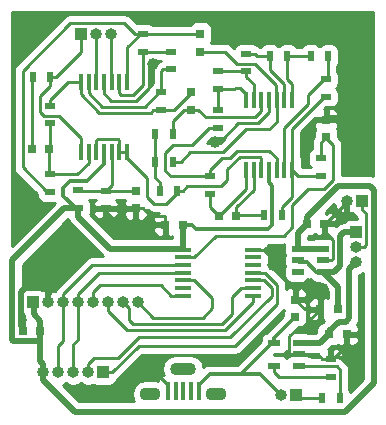
<source format=gbr>
G04 #@! TF.FileFunction,Copper,L1,Top,Signal*
%FSLAX46Y46*%
G04 Gerber Fmt 4.6, Leading zero omitted, Abs format (unit mm)*
G04 Created by KiCad (PCBNEW 4.0.2-stable) date 24/04/2017 01:49:24 p.m.*
%MOMM*%
G01*
G04 APERTURE LIST*
%ADD10C,0.100000*%
%ADD11R,0.450000X1.500000*%
%ADD12O,1.800000X1.100000*%
%ADD13O,2.200000X1.100000*%
%ADD14R,1.000000X1.000000*%
%ADD15O,1.000000X1.000000*%
%ADD16R,1.450000X0.450000*%
%ADD17R,0.800000X0.750000*%
%ADD18R,1.000760X0.599440*%
%ADD19R,0.750000X0.800000*%
%ADD20R,0.900000X0.500000*%
%ADD21R,0.500000X0.900000*%
%ADD22R,0.450000X1.450000*%
%ADD23C,0.600000*%
%ADD24C,1.000000*%
%ADD25C,0.250000*%
%ADD26C,0.350000*%
%ADD27C,0.500000*%
%ADD28C,0.254000*%
G04 APERTURE END LIST*
D10*
D11*
X155250000Y-151975000D03*
X154600000Y-151975000D03*
X155900000Y-151975000D03*
X153950000Y-151975000D03*
X156550000Y-151975000D03*
D12*
X152450000Y-152225000D03*
X158050000Y-152225000D03*
D13*
X155200000Y-150065000D03*
D14*
X142510000Y-144450000D03*
D15*
X143780000Y-144450000D03*
X145050000Y-144450000D03*
X146320000Y-144450000D03*
X147590000Y-144450000D03*
X148860000Y-144450000D03*
X150130000Y-144450000D03*
X151400000Y-144450000D03*
D16*
X155210000Y-139980000D03*
X155210000Y-140630000D03*
X155210000Y-141280000D03*
X155210000Y-141930000D03*
X155210000Y-142580000D03*
X155210000Y-143230000D03*
X155210000Y-143880000D03*
X161110000Y-143880000D03*
X161110000Y-143230000D03*
X161110000Y-142580000D03*
X161110000Y-141930000D03*
X161110000Y-141280000D03*
X161110000Y-140630000D03*
X161110000Y-139980000D03*
D17*
X143907709Y-131469231D03*
X142407709Y-131469231D03*
D14*
X169850000Y-138510000D03*
D15*
X169850000Y-139780000D03*
X169850000Y-141050000D03*
D14*
X170330000Y-135820000D03*
D15*
X169060000Y-135820000D03*
D18*
X167036640Y-141832500D03*
X167036640Y-139927500D03*
X167036640Y-140880000D03*
X164923360Y-139927500D03*
X164923360Y-141832500D03*
X164923360Y-140880000D03*
X165066640Y-149802500D03*
X165066640Y-147897500D03*
X165066640Y-148850000D03*
X162953360Y-147897500D03*
X162953360Y-149802500D03*
D19*
X156677709Y-123199231D03*
X156677709Y-121699231D03*
X155897709Y-128159231D03*
X155897709Y-126659231D03*
X151217709Y-134989231D03*
X151217709Y-136489231D03*
D17*
X159727709Y-137119231D03*
X158227709Y-137119231D03*
D19*
X167330000Y-130480000D03*
X167330000Y-128980000D03*
X164710000Y-145710000D03*
X164710000Y-144210000D03*
D17*
X167560000Y-147140000D03*
X169060000Y-147140000D03*
X153730000Y-137860000D03*
X155230000Y-137860000D03*
X165680000Y-137770000D03*
X167180000Y-137770000D03*
X168350000Y-145030000D03*
X166850000Y-145030000D03*
X143150000Y-146850000D03*
X141650000Y-146850000D03*
D20*
X154217709Y-123219231D03*
X154217709Y-124719231D03*
D21*
X142477709Y-125399231D03*
X143977709Y-125399231D03*
D20*
X151827709Y-121699231D03*
X151827709Y-123199231D03*
X153387709Y-128159231D03*
X153387709Y-126659231D03*
X143927709Y-135109231D03*
X143927709Y-133609231D03*
X143927709Y-129289231D03*
X143927709Y-127789231D03*
D21*
X154347709Y-132539231D03*
X152847709Y-132539231D03*
X152847709Y-130199231D03*
X154347709Y-130199231D03*
X153227709Y-134969231D03*
X154727709Y-134969231D03*
D20*
X146347709Y-136459231D03*
X146347709Y-134959231D03*
X148677709Y-134989231D03*
X148677709Y-136489231D03*
X160577709Y-123379231D03*
X160577709Y-124879231D03*
D21*
X164047709Y-123619231D03*
X162547709Y-123619231D03*
D20*
X158157709Y-126369231D03*
X158157709Y-124869231D03*
X158147709Y-129649231D03*
X158147709Y-128149231D03*
D21*
X166017709Y-123609231D03*
X167517709Y-123609231D03*
D20*
X157467709Y-133749231D03*
X157467709Y-135249231D03*
X167317709Y-127039231D03*
X167317709Y-125539231D03*
D21*
X163587709Y-137059231D03*
X162087709Y-137059231D03*
D20*
X166870000Y-132250000D03*
X166870000Y-133750000D03*
D21*
X166970000Y-152550000D03*
X168470000Y-152550000D03*
D20*
X167720000Y-150720000D03*
X167720000Y-149220000D03*
D14*
X164810000Y-152290000D03*
D15*
X163540000Y-152290000D03*
D14*
X148470000Y-150340000D03*
D15*
X147200000Y-150340000D03*
X145930000Y-150340000D03*
X144660000Y-150340000D03*
X143390000Y-150340000D03*
D14*
X146607709Y-121689231D03*
D15*
X147877709Y-121689231D03*
X149147709Y-121689231D03*
D22*
X150467709Y-125779231D03*
X149817709Y-125779231D03*
X149167709Y-125779231D03*
X148517709Y-125779231D03*
X147867709Y-125779231D03*
X147217709Y-125779231D03*
X146567709Y-125779231D03*
X146567709Y-131679231D03*
X147217709Y-131679231D03*
X147867709Y-131679231D03*
X148517709Y-131679231D03*
X149167709Y-131679231D03*
X149817709Y-131679231D03*
X150467709Y-131679231D03*
X164437709Y-127299231D03*
X163787709Y-127299231D03*
X163137709Y-127299231D03*
X162487709Y-127299231D03*
X161837709Y-127299231D03*
X161187709Y-127299231D03*
X160537709Y-127299231D03*
X160537709Y-133199231D03*
X161187709Y-133199231D03*
X161837709Y-133199231D03*
X162487709Y-133199231D03*
X163137709Y-133199231D03*
X163787709Y-133199231D03*
X164437709Y-133199231D03*
D23*
X151325000Y-150325000D03*
X143925000Y-141125000D03*
X150300000Y-138550000D03*
D24*
X169860000Y-128700000D03*
X157940000Y-130849231D03*
X152702719Y-124221950D03*
X167050000Y-143290000D03*
X162835010Y-141260000D03*
D25*
X147217709Y-131679231D02*
X147217709Y-132654231D01*
X147217709Y-132654231D02*
X146262709Y-133609231D01*
X146262709Y-133609231D02*
X144627709Y-133609231D01*
X144627709Y-133609231D02*
X143927709Y-133609231D01*
X143907709Y-131469231D02*
X143907709Y-133589231D01*
X143907709Y-133589231D02*
X143927709Y-133609231D01*
X143927709Y-129289231D02*
X143927709Y-131449231D01*
X143927709Y-131449231D02*
X143907709Y-131469231D01*
X142407709Y-131469231D02*
X142407709Y-125469231D01*
X142407709Y-125469231D02*
X142477709Y-125399231D01*
X158624818Y-131724232D02*
X156284828Y-131724232D01*
X156284828Y-131724232D02*
X156264821Y-131704225D01*
X156264821Y-131704225D02*
X155850597Y-131704225D01*
X155850597Y-131704225D02*
X155015591Y-132539231D01*
X154847709Y-132539231D02*
X155015591Y-132539231D01*
X154347709Y-132539231D02*
X154847709Y-132539231D01*
X162512686Y-129774254D02*
X163137709Y-129149231D01*
X160574796Y-129774254D02*
X162512686Y-129774254D01*
X158624818Y-131724232D02*
X160574796Y-129774254D01*
X163137709Y-129149231D02*
X163137709Y-127299231D01*
X156677709Y-123199231D02*
X158772709Y-123199231D01*
X158772709Y-123199231D02*
X159827708Y-124254230D01*
X159827708Y-124254230D02*
X161327710Y-124254230D01*
X161327710Y-124254230D02*
X163087710Y-126014230D01*
X163087710Y-126014230D02*
X163087710Y-127249232D01*
X163087710Y-127249232D02*
X163137709Y-127299231D01*
X156677709Y-121699231D02*
X151827709Y-121699231D01*
X143927709Y-135109231D02*
X143727709Y-135109231D01*
X143727709Y-135109231D02*
X141632708Y-133014230D01*
X141632708Y-133014230D02*
X141632708Y-124869230D01*
X141632708Y-124869230D02*
X145687708Y-120814230D01*
X145687708Y-120814230D02*
X150242708Y-120814230D01*
X150242708Y-120814230D02*
X151127709Y-121699231D01*
X151127709Y-121699231D02*
X151827709Y-121699231D01*
X150467709Y-125779231D02*
X150467709Y-122859231D01*
X150467709Y-122859231D02*
X151627709Y-121699231D01*
X151627709Y-121699231D02*
X151827709Y-121699231D01*
X155897709Y-128159231D02*
X156522709Y-128159231D01*
X156522709Y-128159231D02*
X157137710Y-128774232D01*
X157137710Y-128774232D02*
X161337716Y-128774232D01*
X161337716Y-128774232D02*
X161837709Y-128274231D01*
X161837709Y-128274231D02*
X161837709Y-127299231D01*
X155897709Y-128159231D02*
X155272709Y-128159231D01*
X155272709Y-128159231D02*
X154347709Y-129084231D01*
X154347709Y-129084231D02*
X154347709Y-129499231D01*
X154347709Y-129499231D02*
X154347709Y-130199231D01*
X155897709Y-126659231D02*
X155897709Y-126684231D01*
X155897709Y-126684231D02*
X154422709Y-128159231D01*
X154422709Y-128159231D02*
X154087709Y-128159231D01*
X154087709Y-128159231D02*
X153387709Y-128159231D01*
X146567709Y-125779231D02*
X146567709Y-126811353D01*
X146567709Y-126811353D02*
X148135618Y-128379262D01*
X148135618Y-128379262D02*
X152467678Y-128379262D01*
X152467678Y-128379262D02*
X152687709Y-128159231D01*
X152687709Y-128159231D02*
X153387709Y-128159231D01*
X143927709Y-127789231D02*
X143927709Y-127289231D01*
X143927709Y-127289231D02*
X145437709Y-125779231D01*
X145437709Y-125779231D02*
X146092709Y-125779231D01*
X146092709Y-125779231D02*
X146567709Y-125779231D01*
X149167709Y-131679231D02*
X149167709Y-134499231D01*
X149167709Y-134499231D02*
X148677709Y-134989231D01*
X148677709Y-134989231D02*
X146377709Y-134989231D01*
X146377709Y-134989231D02*
X146347709Y-134959231D01*
X151217709Y-134989231D02*
X150592709Y-134989231D01*
X150592709Y-134989231D02*
X148677709Y-134989231D01*
D26*
X153950000Y-151975000D02*
X153950000Y-151450000D01*
X153950000Y-151450000D02*
X152825000Y-150325000D01*
X152825000Y-150325000D02*
X151325000Y-150325000D01*
D27*
X142312104Y-142747894D02*
X143675000Y-142747894D01*
X143675000Y-142747894D02*
X143925000Y-142497894D01*
X143780000Y-144450000D02*
X143780000Y-143742894D01*
X143780000Y-143742894D02*
X143925000Y-143597894D01*
X143925000Y-143597894D02*
X143925000Y-142497894D01*
X143925000Y-141125000D02*
X143925000Y-142497894D01*
X148677709Y-136489231D02*
X148677709Y-136927709D01*
X148677709Y-136927709D02*
X150300000Y-138550000D01*
X141650000Y-146850000D02*
X141650000Y-146600000D01*
X141650000Y-146600000D02*
X141509999Y-146459999D01*
X141509999Y-146459999D02*
X141509999Y-143549999D01*
X141509999Y-143549999D02*
X142312104Y-142747894D01*
D25*
X167330000Y-128980000D02*
X169580000Y-128980000D01*
X169580000Y-128980000D02*
X169860000Y-128700000D01*
X169860000Y-128700000D02*
X167610000Y-128700000D01*
X165798741Y-142471259D02*
X164710000Y-143560000D01*
X164710000Y-143560000D02*
X164710000Y-144210000D01*
X167036640Y-140880000D02*
X167787020Y-140880000D01*
X167787020Y-140880000D02*
X167912021Y-140754999D01*
X167912021Y-140754999D02*
X167912021Y-139127021D01*
X167912021Y-139127021D02*
X167180000Y-138395000D01*
X167180000Y-138395000D02*
X167180000Y-137770000D01*
X167180000Y-137770000D02*
X167205000Y-137770000D01*
X167205000Y-137770000D02*
X169060000Y-135915000D01*
X169060000Y-135915000D02*
X169060000Y-135820000D01*
X157940000Y-130849231D02*
X157397709Y-130849231D01*
X162487709Y-127299231D02*
X162487709Y-128331359D01*
X162487709Y-128331359D02*
X161544826Y-129274242D01*
X161544826Y-129274242D02*
X159897700Y-129274242D01*
X159897700Y-129274242D02*
X158322711Y-130849231D01*
X158322711Y-130849231D02*
X157940000Y-130849231D01*
X151199820Y-127379242D02*
X152702719Y-125876343D01*
X152702719Y-125876343D02*
X152702719Y-124221950D01*
X161110000Y-139980000D02*
X162085000Y-139980000D01*
X162085000Y-139980000D02*
X162835010Y-140730010D01*
X162835010Y-140730010D02*
X162835010Y-141260000D01*
X148677709Y-136489231D02*
X151217709Y-136489231D01*
X165066640Y-148850000D02*
X164316260Y-148850000D01*
X164316260Y-148850000D02*
X164191259Y-148724999D01*
X164191259Y-148724999D02*
X164191259Y-147297779D01*
X164191259Y-147297779D02*
X165004037Y-146485001D01*
X165004037Y-146485001D02*
X165369999Y-146485001D01*
X165369999Y-146485001D02*
X166825000Y-145030000D01*
X166825000Y-145030000D02*
X166850000Y-145030000D01*
X167720000Y-149220000D02*
X167020000Y-149220000D01*
X167020000Y-149220000D02*
X166650000Y-148850000D01*
X166650000Y-148850000D02*
X165817020Y-148850000D01*
X165817020Y-148850000D02*
X165066640Y-148850000D01*
X166850000Y-145030000D02*
X165530000Y-145030000D01*
X165530000Y-145030000D02*
X164710000Y-144210000D01*
X169060000Y-147140000D02*
X169060000Y-148080000D01*
X169060000Y-148080000D02*
X167920000Y-149220000D01*
X167920000Y-149220000D02*
X167720000Y-149220000D01*
X153730000Y-137090000D02*
X152443478Y-137090000D01*
X152443478Y-137090000D02*
X151842709Y-136489231D01*
X151842709Y-136489231D02*
X151217709Y-136489231D01*
X153730000Y-137860000D02*
X153730000Y-137090000D01*
X152327719Y-126251343D02*
X152327719Y-124584231D01*
X152327719Y-124584231D02*
X152702719Y-124209231D01*
X148517709Y-125779231D02*
X148517709Y-126754231D01*
X148517709Y-126754231D02*
X149142720Y-127379242D01*
X149142720Y-127379242D02*
X151199820Y-127379242D01*
X151199820Y-127379242D02*
X152327719Y-126251343D01*
X162087709Y-137059231D02*
X159787709Y-137059231D01*
X159787709Y-137059231D02*
X159727709Y-137119231D01*
X159727709Y-137119231D02*
X159727709Y-136351351D01*
X159727709Y-136351351D02*
X161187709Y-134891351D01*
X161187709Y-134891351D02*
X161187709Y-134174231D01*
X161187709Y-134174231D02*
X161187709Y-133199231D01*
X157467709Y-135249231D02*
X157467709Y-136359231D01*
X157467709Y-136359231D02*
X158227709Y-137119231D01*
X158252709Y-137119231D02*
X158227709Y-137119231D01*
X160537709Y-133199231D02*
X160537709Y-134834231D01*
X160537709Y-134834231D02*
X158252709Y-137119231D01*
X166870000Y-132250000D02*
X166870000Y-130940000D01*
X166870000Y-130940000D02*
X167330000Y-130480000D01*
X165800000Y-134860000D02*
X167135002Y-134860000D01*
X167135002Y-134860000D02*
X167955000Y-134040002D01*
X167955000Y-134040002D02*
X167955000Y-131130000D01*
X167955000Y-131130000D02*
X167330000Y-130505000D01*
X167330000Y-130505000D02*
X167330000Y-130480000D01*
X164450000Y-136210000D02*
X165800000Y-134860000D01*
X164450000Y-138075002D02*
X164450000Y-136210000D01*
X163745002Y-138780000D02*
X164450000Y-138075002D01*
X155210000Y-140630000D02*
X156185000Y-140630000D01*
X156185000Y-140630000D02*
X158035000Y-138780000D01*
X158035000Y-138780000D02*
X163745002Y-138780000D01*
D26*
X158700000Y-150525000D02*
X157475000Y-150525000D01*
X157475000Y-150525000D02*
X156550000Y-151450000D01*
X156550000Y-151450000D02*
X156550000Y-151975000D01*
X162953360Y-147897500D02*
X162953360Y-147466640D01*
X162953360Y-147466640D02*
X164710000Y-145710000D01*
X158700000Y-150525000D02*
X161775000Y-150525000D01*
X162953360Y-147897500D02*
X162752700Y-147897500D01*
X162752700Y-147897500D02*
X160125200Y-150525000D01*
X160125200Y-150525000D02*
X158700000Y-150525000D01*
X161775000Y-150525000D02*
X163540000Y-152290000D01*
X167036640Y-141832500D02*
X166488462Y-141832500D01*
X166488462Y-141832500D02*
X165675962Y-141020000D01*
X165675962Y-141020000D02*
X165063360Y-141020000D01*
X165063360Y-141020000D02*
X164923360Y-140880000D01*
D27*
X167036640Y-141832500D02*
X168350000Y-143145860D01*
X168350000Y-143145860D02*
X168350000Y-145030000D01*
X169850000Y-138510000D02*
X168850000Y-138510000D01*
X168850000Y-138510000D02*
X168537031Y-138822969D01*
X168537031Y-138822969D02*
X168537031Y-141332489D01*
X168537031Y-141332489D02*
X168037020Y-141832500D01*
X168037020Y-141832500D02*
X167036640Y-141832500D01*
D25*
X168350000Y-145030000D02*
X168375000Y-145030000D01*
D27*
X146347709Y-136459231D02*
X146347709Y-137209231D01*
X146347709Y-137209231D02*
X149043477Y-139904999D01*
X149043477Y-139904999D02*
X155210000Y-139904999D01*
X155210000Y-139904999D02*
X155210000Y-138755000D01*
X155210000Y-138755000D02*
X155230000Y-138735000D01*
X155230000Y-138735000D02*
X155230000Y-137860000D01*
X142575000Y-145400000D02*
X142575000Y-144515000D01*
X142575000Y-144515000D02*
X142510000Y-144450000D01*
X143150000Y-146850000D02*
X143150000Y-145975000D01*
X143150000Y-145975000D02*
X142575000Y-145400000D01*
D26*
X156349990Y-138229990D02*
X155980000Y-137860000D01*
X162762710Y-134549232D02*
X162762710Y-137849232D01*
X162487709Y-134274231D02*
X162762710Y-134549232D01*
X162487709Y-133199231D02*
X162487709Y-134274231D01*
X162762710Y-137849232D02*
X162381952Y-138229990D01*
X162381952Y-138229990D02*
X156349990Y-138229990D01*
X155980000Y-137860000D02*
X155230000Y-137860000D01*
D27*
X164923360Y-139927500D02*
X167036640Y-139927500D01*
X164923360Y-139927500D02*
X164923360Y-138526640D01*
X164923360Y-138526640D02*
X165680000Y-137770000D01*
X165680000Y-137770000D02*
X165680000Y-137198899D01*
X165680000Y-137198899D02*
X168298899Y-134580000D01*
X171030000Y-134580000D02*
X168298899Y-134580000D01*
X171350011Y-134900011D02*
X171030000Y-134580000D01*
X168905011Y-153714991D02*
X171350011Y-151269991D01*
X171350011Y-151269991D02*
X171350011Y-134900011D01*
X143390000Y-150340000D02*
X143390000Y-151047106D01*
X143390000Y-151047106D02*
X146057885Y-153714991D01*
X146057885Y-153714991D02*
X168905011Y-153714991D01*
X143390000Y-150340000D02*
X143390000Y-149632894D01*
X143390000Y-149632894D02*
X143149999Y-149392893D01*
X143149999Y-149392893D02*
X143149999Y-147725001D01*
X143149999Y-147725001D02*
X140849999Y-147725001D01*
X140849999Y-147725001D02*
X140749999Y-147625001D01*
X140749999Y-147625001D02*
X140749999Y-140879999D01*
X140749999Y-140879999D02*
X145170767Y-136459231D01*
X145170767Y-136459231D02*
X145397709Y-136459231D01*
X145397709Y-136459231D02*
X146347709Y-136459231D01*
D26*
X148517709Y-131679231D02*
X148517709Y-132754231D01*
X148517709Y-132754231D02*
X147112699Y-134159241D01*
X147112699Y-134159241D02*
X145682697Y-134159241D01*
X145682697Y-134159241D02*
X145090000Y-134751938D01*
X145090000Y-134751938D02*
X145090000Y-135401522D01*
X145090000Y-135401522D02*
X146147709Y-136459231D01*
X146147709Y-136459231D02*
X146347709Y-136459231D01*
D25*
X155230000Y-139960000D02*
X155210000Y-139980000D01*
D27*
X143150000Y-146850000D02*
X143149999Y-147725001D01*
D25*
X166970000Y-152550000D02*
X165070000Y-152550000D01*
X165070000Y-152550000D02*
X164810000Y-152290000D01*
X145050000Y-144450000D02*
X145050000Y-143742894D01*
X145050000Y-143742894D02*
X147512894Y-141280000D01*
X147512894Y-141280000D02*
X154235000Y-141280000D01*
X154235000Y-141280000D02*
X155210000Y-141280000D01*
X145050000Y-147750000D02*
X144660000Y-148140000D01*
X144660000Y-148140000D02*
X144660000Y-150340000D01*
X145050000Y-144450000D02*
X145050000Y-147750000D01*
X155210000Y-143880000D02*
X154235000Y-143880000D01*
X154235000Y-143880000D02*
X153330000Y-142975000D01*
X153330000Y-142975000D02*
X148200000Y-142975000D01*
X148200000Y-142975000D02*
X147590000Y-143585000D01*
X147590000Y-143585000D02*
X147590000Y-144450000D01*
X150130000Y-144450000D02*
X150629999Y-144949999D01*
X159350000Y-144014998D02*
X160135000Y-143230000D01*
X150629999Y-144949999D02*
X150629999Y-145895001D01*
X150629999Y-145895001D02*
X151009998Y-146275000D01*
X151009998Y-146275000D02*
X158525000Y-146275000D01*
X159350000Y-145450000D02*
X159350000Y-144014998D01*
X160135000Y-143230000D02*
X161110000Y-143230000D01*
X158525000Y-146275000D02*
X159350000Y-145450000D01*
X151400000Y-144450000D02*
X152675000Y-145725000D01*
X152675000Y-145725000D02*
X156932878Y-145725000D01*
X157700000Y-144957878D02*
X157700000Y-144094998D01*
X156932878Y-145725000D02*
X157700000Y-144957878D01*
X157700000Y-144094998D02*
X156185000Y-142580000D01*
X156185000Y-142580000D02*
X155210000Y-142580000D01*
X161110000Y-143880000D02*
X161110000Y-144397120D01*
X161110000Y-144397120D02*
X158732110Y-146775010D01*
X158732110Y-146775010D02*
X150477904Y-146775010D01*
X148860000Y-145157106D02*
X148860000Y-144450000D01*
X150477904Y-146775010D02*
X148860000Y-145157106D01*
X146320000Y-144450000D02*
X146320000Y-143742894D01*
X146320000Y-143742894D02*
X148132894Y-141930000D01*
X148132894Y-141930000D02*
X155210000Y-141930000D01*
X146320000Y-147605000D02*
X145930000Y-147995000D01*
X145930000Y-147995000D02*
X145930000Y-150340000D01*
X146320000Y-144450000D02*
X146320000Y-147605000D01*
X169850000Y-139780000D02*
X170557106Y-139780000D01*
X170557106Y-139780000D02*
X170725001Y-139612105D01*
X170725001Y-139612105D02*
X170725001Y-136965001D01*
X170725001Y-136965001D02*
X170330000Y-136570000D01*
X170330000Y-136570000D02*
X170330000Y-135820000D01*
X159650000Y-148110000D02*
X151450000Y-148110000D01*
X151450000Y-148110000D02*
X149220000Y-150340000D01*
X149220000Y-150340000D02*
X148470000Y-150340000D01*
X163210010Y-144549990D02*
X159650000Y-148110000D01*
X161110000Y-141930000D02*
X162142123Y-141930000D01*
X162142123Y-141930000D02*
X163210010Y-142997888D01*
X163210010Y-142997888D02*
X163210010Y-144549990D01*
X161110000Y-142580000D02*
X162085000Y-142580000D01*
X162085000Y-142580000D02*
X162710000Y-143204998D01*
X162710000Y-143204998D02*
X162710000Y-143905002D01*
X162710000Y-143905002D02*
X159215002Y-147400000D01*
X159215002Y-147400000D02*
X151452880Y-147400000D01*
X151452880Y-147400000D02*
X149727880Y-149125000D01*
X149727880Y-149125000D02*
X147707894Y-149125000D01*
X147707894Y-149125000D02*
X147200000Y-149632894D01*
X147200000Y-149632894D02*
X147200000Y-150340000D01*
X143977709Y-125399231D02*
X143977709Y-126099231D01*
X143977709Y-126099231D02*
X143102708Y-126974232D01*
X143102708Y-126974232D02*
X143102708Y-128339232D01*
X143102708Y-128339232D02*
X143427706Y-128664230D01*
X143427706Y-128664230D02*
X144677710Y-128664230D01*
X144677710Y-128664230D02*
X146567709Y-130554229D01*
X146567709Y-130554229D02*
X146567709Y-130704231D01*
X146567709Y-130704231D02*
X146567709Y-131679231D01*
X146607709Y-121689231D02*
X146607709Y-123269231D01*
X146607709Y-123269231D02*
X144477709Y-125399231D01*
X144477709Y-125399231D02*
X143977709Y-125399231D01*
X147877709Y-121689231D02*
X147877709Y-125769231D01*
X147877709Y-125769231D02*
X147867709Y-125779231D01*
X149147709Y-121689231D02*
X149147709Y-125759231D01*
X149147709Y-125759231D02*
X149167709Y-125779231D01*
X154217709Y-123219231D02*
X151847709Y-123219231D01*
X151847709Y-123219231D02*
X151827709Y-123199231D01*
X151827709Y-123199231D02*
X151827709Y-126044233D01*
X151827709Y-126044233D02*
X150992710Y-126879232D01*
X150992710Y-126879232D02*
X149942708Y-126879232D01*
X149942708Y-126879232D02*
X149817709Y-126754231D01*
X149817709Y-126754231D02*
X149817709Y-125779231D01*
X154217709Y-124719231D02*
X153517709Y-124719231D01*
X153517709Y-124719231D02*
X153387709Y-124849231D01*
X153387709Y-124849231D02*
X153387709Y-126159231D01*
X153387709Y-126159231D02*
X153387709Y-126659231D01*
X147217709Y-125779231D02*
X147217709Y-126754233D01*
X147217709Y-126754233D02*
X148342728Y-127879252D01*
X148342728Y-127879252D02*
X151967688Y-127879252D01*
X151967688Y-127879252D02*
X153187709Y-126659231D01*
X153187709Y-126659231D02*
X153387709Y-126659231D01*
X153227709Y-134969231D02*
X153227709Y-134269231D01*
X153227709Y-134269231D02*
X152847709Y-133889231D01*
X152847709Y-133889231D02*
X152847709Y-133239231D01*
X152847709Y-133239231D02*
X152847709Y-132539231D01*
X152847709Y-130199231D02*
X152847709Y-132539231D01*
X161837709Y-133199231D02*
X161837709Y-132224229D01*
X161837709Y-132224229D02*
X161712710Y-132099230D01*
X161712710Y-132099230D02*
X160012708Y-132099230D01*
X155572710Y-134624230D02*
X155227709Y-134969231D01*
X160012708Y-132099230D02*
X158962707Y-133149231D01*
X158962707Y-133149231D02*
X158962707Y-134054233D01*
X158962707Y-134054233D02*
X158392710Y-134624230D01*
X158392710Y-134624230D02*
X155572710Y-134624230D01*
X155227709Y-134969231D02*
X154727709Y-134969231D01*
X152787709Y-136099231D02*
X152197709Y-135509231D01*
X152197709Y-135509231D02*
X152197709Y-133909231D01*
X153797709Y-136099231D02*
X152787709Y-136099231D01*
X154727709Y-134969231D02*
X154727709Y-135169231D01*
X154727709Y-135169231D02*
X153797709Y-136099231D01*
X150467709Y-131679231D02*
X150467709Y-132179231D01*
X150467709Y-132179231D02*
X152197709Y-133909231D01*
X149817709Y-131679231D02*
X150467709Y-131679231D01*
X147867709Y-131679231D02*
X147867709Y-130704229D01*
X147867709Y-130704229D02*
X147992708Y-130579230D01*
X147992708Y-130579230D02*
X149692710Y-130579230D01*
X149692710Y-130579230D02*
X149817709Y-130704231D01*
X149817709Y-130704231D02*
X149817709Y-131679231D01*
X162547709Y-123619231D02*
X161517709Y-123619231D01*
X161517709Y-123619231D02*
X161277709Y-123379231D01*
X162547709Y-123619231D02*
X162547709Y-124767109D01*
X162547709Y-124767109D02*
X163737710Y-125957110D01*
X163737710Y-125957110D02*
X163737710Y-127249232D01*
X163737710Y-127249232D02*
X163787709Y-127299231D01*
X160577709Y-123379231D02*
X161277709Y-123379231D01*
X160577709Y-124879231D02*
X160577709Y-125379231D01*
X160577709Y-125379231D02*
X161187709Y-125989231D01*
X161187709Y-125989231D02*
X161187709Y-126324231D01*
X161187709Y-126324231D02*
X161187709Y-127299231D01*
X158157709Y-124869231D02*
X160567709Y-124869231D01*
X160567709Y-124869231D02*
X160577709Y-124879231D01*
X166017709Y-123609231D02*
X164057709Y-123609231D01*
X164057709Y-123609231D02*
X164047709Y-123619231D01*
X164047709Y-123619231D02*
X164047709Y-125559989D01*
X164047709Y-125559989D02*
X164437709Y-125949989D01*
X164437709Y-125949989D02*
X164437709Y-126324231D01*
X164437709Y-126324231D02*
X164437709Y-127299231D01*
X158157709Y-126369231D02*
X159607709Y-126369231D01*
X159607709Y-126369231D02*
X159652709Y-126324231D01*
X159652709Y-126324231D02*
X160062709Y-126324231D01*
X160062709Y-126324231D02*
X160537709Y-126799231D01*
X160537709Y-126799231D02*
X160537709Y-127299231D01*
X158157709Y-126369231D02*
X158157709Y-128139231D01*
X158157709Y-128139231D02*
X158147709Y-128149231D01*
X159180576Y-132224242D02*
X158492698Y-132224242D01*
X158492698Y-132224242D02*
X157467709Y-133249231D01*
X157467709Y-133249231D02*
X157467709Y-133749231D01*
X153722708Y-133289232D02*
X154182707Y-133749231D01*
X154182707Y-133749231D02*
X157467709Y-133749231D01*
X159180576Y-132224242D02*
X159805598Y-131599220D01*
X159805598Y-131599220D02*
X162512700Y-131599220D01*
X162512700Y-131599220D02*
X163137709Y-132224231D01*
X163137709Y-132224231D02*
X163137709Y-133199231D01*
X158147709Y-129649231D02*
X157447709Y-129649231D01*
X157447709Y-129649231D02*
X155947719Y-131149221D01*
X155947719Y-131149221D02*
X154330599Y-131149221D01*
X154330599Y-131149221D02*
X153722708Y-131757112D01*
X153722708Y-131757112D02*
X153722708Y-133289232D01*
X163787709Y-133199231D02*
X163787709Y-129662111D01*
X163787709Y-129662111D02*
X165037710Y-128412110D01*
X165037710Y-128412110D02*
X165037710Y-128399230D01*
X165037710Y-128399230D02*
X165767709Y-127669231D01*
X165767709Y-127669231D02*
X165767709Y-126889231D01*
X165767709Y-126889231D02*
X167117709Y-125539231D01*
X167117709Y-125539231D02*
X167317709Y-125539231D01*
X167517709Y-123609231D02*
X167517709Y-125339231D01*
X167517709Y-125339231D02*
X167317709Y-125539231D01*
X166870000Y-133750000D02*
X164988478Y-133750000D01*
X164988478Y-133750000D02*
X164437709Y-133199231D01*
X163587709Y-137059231D02*
X163587709Y-136359231D01*
X163587709Y-136359231D02*
X164437709Y-135509231D01*
X164437709Y-135509231D02*
X164437709Y-134174231D01*
X164437709Y-134174231D02*
X164437709Y-133199231D01*
X164437709Y-133199231D02*
X164437709Y-129719231D01*
X164437709Y-129719231D02*
X167117709Y-127039231D01*
X167117709Y-127039231D02*
X167317709Y-127039231D01*
X168470000Y-152550000D02*
X168470000Y-151850000D01*
X168470000Y-151850000D02*
X168545001Y-151774999D01*
X168545001Y-151774999D02*
X168545001Y-150169999D01*
X168545001Y-150169999D02*
X168220003Y-149845001D01*
X168220003Y-149845001D02*
X165859521Y-149845001D01*
X165859521Y-149845001D02*
X165817020Y-149802500D01*
X165817020Y-149802500D02*
X165066640Y-149802500D01*
X167720000Y-150720000D02*
X163321140Y-150720000D01*
X163321140Y-150720000D02*
X162953360Y-150352220D01*
X162953360Y-150352220D02*
X162953360Y-149802500D01*
D27*
X167560000Y-146890000D02*
X168390000Y-146060000D01*
X168390000Y-146060000D02*
X168980000Y-146060000D01*
X167560000Y-147140000D02*
X167560000Y-146890000D01*
X165066640Y-147897500D02*
X166802500Y-147897500D01*
X166802500Y-147897500D02*
X167560000Y-147140000D01*
X169250001Y-145789999D02*
X168980000Y-146060000D01*
X169850000Y-141050000D02*
X169250001Y-141649999D01*
X169250001Y-141649999D02*
X169250001Y-145789999D01*
D28*
G36*
X163687560Y-145310000D02*
X163687560Y-145586927D01*
X162380604Y-146893884D01*
X162327048Y-146974036D01*
X162217663Y-146994618D01*
X162001539Y-147133690D01*
X161856549Y-147345890D01*
X161805540Y-147597780D01*
X161805540Y-147699147D01*
X159789688Y-149715000D01*
X157475000Y-149715000D01*
X157165027Y-149776657D01*
X156941363Y-149926105D01*
X156878788Y-149611520D01*
X156621913Y-149227078D01*
X156237471Y-148970203D01*
X155783991Y-148880000D01*
X154616009Y-148880000D01*
X154162529Y-148970203D01*
X153778087Y-149227078D01*
X153521212Y-149611520D01*
X153431009Y-150065000D01*
X153521212Y-150518480D01*
X153575436Y-150599632D01*
X153365302Y-150686673D01*
X153186673Y-150865301D01*
X153092674Y-151092235D01*
X152830072Y-151040000D01*
X152069928Y-151040000D01*
X151616448Y-151130203D01*
X151232006Y-151387078D01*
X150975131Y-151771520D01*
X150884928Y-152225000D01*
X150975131Y-152678480D01*
X151076367Y-152829991D01*
X146424464Y-152829991D01*
X145020084Y-151425611D01*
X145094346Y-151410839D01*
X145295000Y-151276766D01*
X145495654Y-151410839D01*
X145930000Y-151497236D01*
X146364346Y-151410839D01*
X146565000Y-151276766D01*
X146765654Y-151410839D01*
X147200000Y-151497236D01*
X147634346Y-151410839D01*
X147657759Y-151395195D01*
X147718110Y-151436431D01*
X147970000Y-151487440D01*
X148970000Y-151487440D01*
X149205317Y-151443162D01*
X149421441Y-151304090D01*
X149566431Y-151091890D01*
X149586779Y-150991406D01*
X149757401Y-150877401D01*
X151764802Y-148870000D01*
X159650000Y-148870000D01*
X159940839Y-148812148D01*
X160187401Y-148647401D01*
X163728889Y-145105913D01*
X163687560Y-145310000D01*
X163687560Y-145310000D01*
G37*
X163687560Y-145310000D02*
X163687560Y-145586927D01*
X162380604Y-146893884D01*
X162327048Y-146974036D01*
X162217663Y-146994618D01*
X162001539Y-147133690D01*
X161856549Y-147345890D01*
X161805540Y-147597780D01*
X161805540Y-147699147D01*
X159789688Y-149715000D01*
X157475000Y-149715000D01*
X157165027Y-149776657D01*
X156941363Y-149926105D01*
X156878788Y-149611520D01*
X156621913Y-149227078D01*
X156237471Y-148970203D01*
X155783991Y-148880000D01*
X154616009Y-148880000D01*
X154162529Y-148970203D01*
X153778087Y-149227078D01*
X153521212Y-149611520D01*
X153431009Y-150065000D01*
X153521212Y-150518480D01*
X153575436Y-150599632D01*
X153365302Y-150686673D01*
X153186673Y-150865301D01*
X153092674Y-151092235D01*
X152830072Y-151040000D01*
X152069928Y-151040000D01*
X151616448Y-151130203D01*
X151232006Y-151387078D01*
X150975131Y-151771520D01*
X150884928Y-152225000D01*
X150975131Y-152678480D01*
X151076367Y-152829991D01*
X146424464Y-152829991D01*
X145020084Y-151425611D01*
X145094346Y-151410839D01*
X145295000Y-151276766D01*
X145495654Y-151410839D01*
X145930000Y-151497236D01*
X146364346Y-151410839D01*
X146565000Y-151276766D01*
X146765654Y-151410839D01*
X147200000Y-151497236D01*
X147634346Y-151410839D01*
X147657759Y-151395195D01*
X147718110Y-151436431D01*
X147970000Y-151487440D01*
X148970000Y-151487440D01*
X149205317Y-151443162D01*
X149421441Y-151304090D01*
X149566431Y-151091890D01*
X149586779Y-150991406D01*
X149757401Y-150877401D01*
X151764802Y-148870000D01*
X159650000Y-148870000D01*
X159940839Y-148812148D01*
X160187401Y-148647401D01*
X163728889Y-145105913D01*
X163687560Y-145310000D01*
G36*
X170465011Y-150903412D02*
X169351759Y-152016663D01*
X169323162Y-151864683D01*
X169295662Y-151821947D01*
X169305001Y-151774999D01*
X169305001Y-150169999D01*
X169247149Y-149879160D01*
X169082402Y-149632598D01*
X168757404Y-149307600D01*
X168510842Y-149142853D01*
X168270271Y-149095000D01*
X168646250Y-149095000D01*
X168805000Y-148936250D01*
X168805000Y-148843691D01*
X168708327Y-148610302D01*
X168529699Y-148431673D01*
X168296310Y-148335000D01*
X168005750Y-148335000D01*
X167847000Y-148493750D01*
X167847000Y-149085001D01*
X167593000Y-149085001D01*
X167593000Y-148493750D01*
X167525415Y-148426165D01*
X167789140Y-148162440D01*
X167960000Y-148162440D01*
X168195317Y-148118162D01*
X168298646Y-148051671D01*
X168300302Y-148053327D01*
X168533691Y-148150000D01*
X168774250Y-148150000D01*
X168933000Y-147991250D01*
X168933000Y-147267000D01*
X169187000Y-147267000D01*
X169187000Y-147991250D01*
X169345750Y-148150000D01*
X169586309Y-148150000D01*
X169819698Y-148053327D01*
X169998327Y-147874699D01*
X170095000Y-147641310D01*
X170095000Y-147425750D01*
X169936250Y-147267000D01*
X169187000Y-147267000D01*
X168933000Y-147267000D01*
X168913000Y-147267000D01*
X168913000Y-147013000D01*
X168933000Y-147013000D01*
X168933000Y-146993000D01*
X169187000Y-146993000D01*
X169187000Y-147013000D01*
X169936250Y-147013000D01*
X170095000Y-146854250D01*
X170095000Y-146638690D01*
X169998327Y-146405301D01*
X169929073Y-146336047D01*
X170067634Y-146128674D01*
X170082798Y-146052440D01*
X170135002Y-145789999D01*
X170135001Y-145789994D01*
X170135001Y-142132733D01*
X170306582Y-142098603D01*
X170465011Y-141992744D01*
X170465011Y-150903412D01*
X170465011Y-150903412D01*
G37*
X170465011Y-150903412D02*
X169351759Y-152016663D01*
X169323162Y-151864683D01*
X169295662Y-151821947D01*
X169305001Y-151774999D01*
X169305001Y-150169999D01*
X169247149Y-149879160D01*
X169082402Y-149632598D01*
X168757404Y-149307600D01*
X168510842Y-149142853D01*
X168270271Y-149095000D01*
X168646250Y-149095000D01*
X168805000Y-148936250D01*
X168805000Y-148843691D01*
X168708327Y-148610302D01*
X168529699Y-148431673D01*
X168296310Y-148335000D01*
X168005750Y-148335000D01*
X167847000Y-148493750D01*
X167847000Y-149085001D01*
X167593000Y-149085001D01*
X167593000Y-148493750D01*
X167525415Y-148426165D01*
X167789140Y-148162440D01*
X167960000Y-148162440D01*
X168195317Y-148118162D01*
X168298646Y-148051671D01*
X168300302Y-148053327D01*
X168533691Y-148150000D01*
X168774250Y-148150000D01*
X168933000Y-147991250D01*
X168933000Y-147267000D01*
X169187000Y-147267000D01*
X169187000Y-147991250D01*
X169345750Y-148150000D01*
X169586309Y-148150000D01*
X169819698Y-148053327D01*
X169998327Y-147874699D01*
X170095000Y-147641310D01*
X170095000Y-147425750D01*
X169936250Y-147267000D01*
X169187000Y-147267000D01*
X168933000Y-147267000D01*
X168913000Y-147267000D01*
X168913000Y-147013000D01*
X168933000Y-147013000D01*
X168933000Y-146993000D01*
X169187000Y-146993000D01*
X169187000Y-147013000D01*
X169936250Y-147013000D01*
X170095000Y-146854250D01*
X170095000Y-146638690D01*
X169998327Y-146405301D01*
X169929073Y-146336047D01*
X170067634Y-146128674D01*
X170082798Y-146052440D01*
X170135002Y-145789999D01*
X170135001Y-145789994D01*
X170135001Y-142132733D01*
X170306582Y-142098603D01*
X170465011Y-141992744D01*
X170465011Y-150903412D01*
G36*
X164090010Y-148723000D02*
X164210969Y-148723000D01*
X164314370Y-148793651D01*
X164566260Y-148844660D01*
X165567020Y-148844660D01*
X165802337Y-148800382D01*
X165830126Y-148782500D01*
X166660346Y-148782500D01*
X166635000Y-148843691D01*
X166635000Y-148936250D01*
X166783751Y-149085001D01*
X166151271Y-149085001D01*
X166043270Y-148977000D01*
X165922311Y-148977000D01*
X165818910Y-148906349D01*
X165567020Y-148855340D01*
X164566260Y-148855340D01*
X164330943Y-148899618D01*
X164210688Y-148977000D01*
X164090010Y-148977000D01*
X163956138Y-149110872D01*
X163917830Y-149051339D01*
X163705630Y-148906349D01*
X163453740Y-148855340D01*
X162940373Y-148855340D01*
X162951053Y-148844660D01*
X163453740Y-148844660D01*
X163689057Y-148800382D01*
X163905181Y-148661310D01*
X163955165Y-148588155D01*
X164090010Y-148723000D01*
X164090010Y-148723000D01*
G37*
X164090010Y-148723000D02*
X164210969Y-148723000D01*
X164314370Y-148793651D01*
X164566260Y-148844660D01*
X165567020Y-148844660D01*
X165802337Y-148800382D01*
X165830126Y-148782500D01*
X166660346Y-148782500D01*
X166635000Y-148843691D01*
X166635000Y-148936250D01*
X166783751Y-149085001D01*
X166151271Y-149085001D01*
X166043270Y-148977000D01*
X165922311Y-148977000D01*
X165818910Y-148906349D01*
X165567020Y-148855340D01*
X164566260Y-148855340D01*
X164330943Y-148899618D01*
X164210688Y-148977000D01*
X164090010Y-148977000D01*
X163956138Y-149110872D01*
X163917830Y-149051339D01*
X163705630Y-148906349D01*
X163453740Y-148855340D01*
X162940373Y-148855340D01*
X162951053Y-148844660D01*
X163453740Y-148844660D01*
X163689057Y-148800382D01*
X163905181Y-148661310D01*
X163955165Y-148588155D01*
X164090010Y-148723000D01*
G36*
X163775540Y-139627780D02*
X163775540Y-140227220D01*
X163809976Y-140410231D01*
X163775540Y-140580280D01*
X163775540Y-141179720D01*
X163809976Y-141362731D01*
X163775540Y-141532780D01*
X163775540Y-142132220D01*
X163819818Y-142367537D01*
X163958890Y-142583661D01*
X164171090Y-142728651D01*
X164422980Y-142779660D01*
X165423740Y-142779660D01*
X165659057Y-142735382D01*
X165875181Y-142596310D01*
X165977507Y-142446551D01*
X165988796Y-142454094D01*
X166072170Y-142583661D01*
X166284370Y-142728651D01*
X166536260Y-142779660D01*
X166732220Y-142779660D01*
X167465000Y-143512439D01*
X167465000Y-144056737D01*
X167376309Y-144020000D01*
X167135750Y-144020000D01*
X166977000Y-144178750D01*
X166977000Y-144903000D01*
X166997000Y-144903000D01*
X166997000Y-145157000D01*
X166977000Y-145157000D01*
X166977000Y-145881250D01*
X167135750Y-146040000D01*
X167158420Y-146040000D01*
X167062518Y-146135903D01*
X166924683Y-146161838D01*
X166708559Y-146300910D01*
X166563569Y-146513110D01*
X166512560Y-146765000D01*
X166512560Y-146935860D01*
X166435920Y-147012500D01*
X165835230Y-147012500D01*
X165818910Y-147001349D01*
X165567020Y-146950340D01*
X164615173Y-146950340D01*
X164808073Y-146757440D01*
X165085000Y-146757440D01*
X165320317Y-146713162D01*
X165536441Y-146574090D01*
X165681431Y-146361890D01*
X165732440Y-146110000D01*
X165732440Y-145315750D01*
X165815000Y-145315750D01*
X165815000Y-145531310D01*
X165911673Y-145764699D01*
X166090302Y-145943327D01*
X166323691Y-146040000D01*
X166564250Y-146040000D01*
X166723000Y-145881250D01*
X166723000Y-145157000D01*
X165973750Y-145157000D01*
X165815000Y-145315750D01*
X165732440Y-145315750D01*
X165732440Y-145310000D01*
X165688162Y-145074683D01*
X165621671Y-144971354D01*
X165623327Y-144969698D01*
X165720000Y-144736309D01*
X165720000Y-144528690D01*
X165815000Y-144528690D01*
X165815000Y-144744250D01*
X165973750Y-144903000D01*
X166723000Y-144903000D01*
X166723000Y-144178750D01*
X166564250Y-144020000D01*
X166323691Y-144020000D01*
X166090302Y-144116673D01*
X165911673Y-144295301D01*
X165815000Y-144528690D01*
X165720000Y-144528690D01*
X165720000Y-144495750D01*
X165561250Y-144337000D01*
X164837000Y-144337000D01*
X164837000Y-144357000D01*
X164583000Y-144357000D01*
X164583000Y-144337000D01*
X164563000Y-144337000D01*
X164563000Y-144083000D01*
X164583000Y-144083000D01*
X164583000Y-143333750D01*
X164837000Y-143333750D01*
X164837000Y-144083000D01*
X165561250Y-144083000D01*
X165720000Y-143924250D01*
X165720000Y-143683691D01*
X165623327Y-143450302D01*
X165444699Y-143271673D01*
X165211310Y-143175000D01*
X164995750Y-143175000D01*
X164837000Y-143333750D01*
X164583000Y-143333750D01*
X164424250Y-143175000D01*
X164208690Y-143175000D01*
X163975301Y-143271673D01*
X163970010Y-143276964D01*
X163970010Y-142997888D01*
X163912158Y-142707049D01*
X163747411Y-142460487D01*
X162679524Y-141392599D01*
X162482440Y-141260912D01*
X162482440Y-141055000D01*
X162462933Y-140951329D01*
X162482440Y-140855000D01*
X162482440Y-140405000D01*
X162469020Y-140333677D01*
X162470000Y-140331310D01*
X162470000Y-140251250D01*
X162449688Y-140230938D01*
X162438162Y-140169683D01*
X162299090Y-139953559D01*
X162173138Y-139867500D01*
X162311250Y-139867500D01*
X162470000Y-139708750D01*
X162470000Y-139628690D01*
X162433263Y-139540000D01*
X163745002Y-139540000D01*
X163795344Y-139529986D01*
X163775540Y-139627780D01*
X163775540Y-139627780D01*
G37*
X163775540Y-139627780D02*
X163775540Y-140227220D01*
X163809976Y-140410231D01*
X163775540Y-140580280D01*
X163775540Y-141179720D01*
X163809976Y-141362731D01*
X163775540Y-141532780D01*
X163775540Y-142132220D01*
X163819818Y-142367537D01*
X163958890Y-142583661D01*
X164171090Y-142728651D01*
X164422980Y-142779660D01*
X165423740Y-142779660D01*
X165659057Y-142735382D01*
X165875181Y-142596310D01*
X165977507Y-142446551D01*
X165988796Y-142454094D01*
X166072170Y-142583661D01*
X166284370Y-142728651D01*
X166536260Y-142779660D01*
X166732220Y-142779660D01*
X167465000Y-143512439D01*
X167465000Y-144056737D01*
X167376309Y-144020000D01*
X167135750Y-144020000D01*
X166977000Y-144178750D01*
X166977000Y-144903000D01*
X166997000Y-144903000D01*
X166997000Y-145157000D01*
X166977000Y-145157000D01*
X166977000Y-145881250D01*
X167135750Y-146040000D01*
X167158420Y-146040000D01*
X167062518Y-146135903D01*
X166924683Y-146161838D01*
X166708559Y-146300910D01*
X166563569Y-146513110D01*
X166512560Y-146765000D01*
X166512560Y-146935860D01*
X166435920Y-147012500D01*
X165835230Y-147012500D01*
X165818910Y-147001349D01*
X165567020Y-146950340D01*
X164615173Y-146950340D01*
X164808073Y-146757440D01*
X165085000Y-146757440D01*
X165320317Y-146713162D01*
X165536441Y-146574090D01*
X165681431Y-146361890D01*
X165732440Y-146110000D01*
X165732440Y-145315750D01*
X165815000Y-145315750D01*
X165815000Y-145531310D01*
X165911673Y-145764699D01*
X166090302Y-145943327D01*
X166323691Y-146040000D01*
X166564250Y-146040000D01*
X166723000Y-145881250D01*
X166723000Y-145157000D01*
X165973750Y-145157000D01*
X165815000Y-145315750D01*
X165732440Y-145315750D01*
X165732440Y-145310000D01*
X165688162Y-145074683D01*
X165621671Y-144971354D01*
X165623327Y-144969698D01*
X165720000Y-144736309D01*
X165720000Y-144528690D01*
X165815000Y-144528690D01*
X165815000Y-144744250D01*
X165973750Y-144903000D01*
X166723000Y-144903000D01*
X166723000Y-144178750D01*
X166564250Y-144020000D01*
X166323691Y-144020000D01*
X166090302Y-144116673D01*
X165911673Y-144295301D01*
X165815000Y-144528690D01*
X165720000Y-144528690D01*
X165720000Y-144495750D01*
X165561250Y-144337000D01*
X164837000Y-144337000D01*
X164837000Y-144357000D01*
X164583000Y-144357000D01*
X164583000Y-144337000D01*
X164563000Y-144337000D01*
X164563000Y-144083000D01*
X164583000Y-144083000D01*
X164583000Y-143333750D01*
X164837000Y-143333750D01*
X164837000Y-144083000D01*
X165561250Y-144083000D01*
X165720000Y-143924250D01*
X165720000Y-143683691D01*
X165623327Y-143450302D01*
X165444699Y-143271673D01*
X165211310Y-143175000D01*
X164995750Y-143175000D01*
X164837000Y-143333750D01*
X164583000Y-143333750D01*
X164424250Y-143175000D01*
X164208690Y-143175000D01*
X163975301Y-143271673D01*
X163970010Y-143276964D01*
X163970010Y-142997888D01*
X163912158Y-142707049D01*
X163747411Y-142460487D01*
X162679524Y-141392599D01*
X162482440Y-141260912D01*
X162482440Y-141055000D01*
X162462933Y-140951329D01*
X162482440Y-140855000D01*
X162482440Y-140405000D01*
X162469020Y-140333677D01*
X162470000Y-140331310D01*
X162470000Y-140251250D01*
X162449688Y-140230938D01*
X162438162Y-140169683D01*
X162299090Y-139953559D01*
X162173138Y-139867500D01*
X162311250Y-139867500D01*
X162470000Y-139708750D01*
X162470000Y-139628690D01*
X162433263Y-139540000D01*
X163745002Y-139540000D01*
X163795344Y-139529986D01*
X163775540Y-139627780D01*
G36*
X141712995Y-145515605D02*
X141731222Y-145607236D01*
X141757367Y-145738675D01*
X141869402Y-145906348D01*
X141777000Y-145998750D01*
X141777000Y-146723000D01*
X141797000Y-146723000D01*
X141797000Y-146840001D01*
X141634999Y-146840001D01*
X141634999Y-145462313D01*
X141712995Y-145515605D01*
X141712995Y-145515605D01*
G37*
X141712995Y-145515605D02*
X141731222Y-145607236D01*
X141757367Y-145738675D01*
X141869402Y-145906348D01*
X141777000Y-145998750D01*
X141777000Y-146723000D01*
X141797000Y-146723000D01*
X141797000Y-146840001D01*
X141634999Y-146840001D01*
X141634999Y-145462313D01*
X141712995Y-145515605D01*
G36*
X145504632Y-137419990D02*
X145530076Y-137547906D01*
X145651445Y-137729548D01*
X145721919Y-137835021D01*
X148406899Y-140520000D01*
X147512894Y-140520000D01*
X147222055Y-140577852D01*
X146975493Y-140742599D01*
X144512599Y-143205493D01*
X144347852Y-143452055D01*
X144344895Y-143466921D01*
X144340209Y-143462873D01*
X144081874Y-143355881D01*
X143907000Y-143482046D01*
X143907000Y-144323000D01*
X143927000Y-144323000D01*
X143927000Y-144367436D01*
X143915000Y-144427764D01*
X143915000Y-144472236D01*
X143927000Y-144532564D01*
X143927000Y-144577000D01*
X143907000Y-144577000D01*
X143907000Y-144597000D01*
X143657440Y-144597000D01*
X143657440Y-143950000D01*
X143653000Y-143926403D01*
X143653000Y-143482046D01*
X143478126Y-143355881D01*
X143345602Y-143410767D01*
X143261890Y-143353569D01*
X143010000Y-143302560D01*
X142010000Y-143302560D01*
X141774683Y-143346838D01*
X141634999Y-143436722D01*
X141634999Y-141246579D01*
X145497490Y-137384087D01*
X145504632Y-137419990D01*
X145504632Y-137419990D01*
G37*
X145504632Y-137419990D02*
X145530076Y-137547906D01*
X145651445Y-137729548D01*
X145721919Y-137835021D01*
X148406899Y-140520000D01*
X147512894Y-140520000D01*
X147222055Y-140577852D01*
X146975493Y-140742599D01*
X144512599Y-143205493D01*
X144347852Y-143452055D01*
X144344895Y-143466921D01*
X144340209Y-143462873D01*
X144081874Y-143355881D01*
X143907000Y-143482046D01*
X143907000Y-144323000D01*
X143927000Y-144323000D01*
X143927000Y-144367436D01*
X143915000Y-144427764D01*
X143915000Y-144472236D01*
X143927000Y-144532564D01*
X143927000Y-144577000D01*
X143907000Y-144577000D01*
X143907000Y-144597000D01*
X143657440Y-144597000D01*
X143657440Y-143950000D01*
X143653000Y-143926403D01*
X143653000Y-143482046D01*
X143478126Y-143355881D01*
X143345602Y-143410767D01*
X143261890Y-143353569D01*
X143010000Y-143302560D01*
X142010000Y-143302560D01*
X141774683Y-143346838D01*
X141634999Y-143436722D01*
X141634999Y-141246579D01*
X145497490Y-137384087D01*
X145504632Y-137419990D01*
G36*
X167183640Y-140885340D02*
X166889640Y-140885340D01*
X166889640Y-140874660D01*
X167183640Y-140874660D01*
X167183640Y-140885340D01*
X167183640Y-140885340D01*
G37*
X167183640Y-140885340D02*
X166889640Y-140885340D01*
X166889640Y-140874660D01*
X167183640Y-140874660D01*
X167183640Y-140885340D01*
G36*
X171290000Y-133746717D02*
X171030000Y-133694999D01*
X171029995Y-133695000D01*
X168715000Y-133695000D01*
X168715000Y-131130000D01*
X168657148Y-130839161D01*
X168657148Y-130839160D01*
X168492401Y-130592599D01*
X168352440Y-130452638D01*
X168352440Y-130080000D01*
X168308162Y-129844683D01*
X168241671Y-129741354D01*
X168243327Y-129739698D01*
X168340000Y-129506309D01*
X168340000Y-129265750D01*
X168181250Y-129107000D01*
X167457000Y-129107000D01*
X167457000Y-129127000D01*
X167203000Y-129127000D01*
X167203000Y-129107000D01*
X166478750Y-129107000D01*
X166320000Y-129265750D01*
X166320000Y-129506309D01*
X166416673Y-129739698D01*
X166418043Y-129741068D01*
X166358569Y-129828110D01*
X166307560Y-130080000D01*
X166307560Y-130440073D01*
X166167852Y-130649161D01*
X166110000Y-130940000D01*
X166110000Y-131444895D01*
X165968559Y-131535910D01*
X165823569Y-131748110D01*
X165772560Y-132000000D01*
X165772560Y-132500000D01*
X165816838Y-132735317D01*
X165955910Y-132951441D01*
X166012343Y-132990000D01*
X165310149Y-132990000D01*
X165310149Y-132474231D01*
X165265871Y-132238914D01*
X165197709Y-132132987D01*
X165197709Y-130034033D01*
X166428746Y-128802996D01*
X166478750Y-128853000D01*
X167203000Y-128853000D01*
X167203000Y-128103750D01*
X167457000Y-128103750D01*
X167457000Y-128853000D01*
X168181250Y-128853000D01*
X168340000Y-128694250D01*
X168340000Y-128453691D01*
X168243327Y-128220302D01*
X168064699Y-128041673D01*
X167831310Y-127945000D01*
X167615750Y-127945000D01*
X167457000Y-128103750D01*
X167203000Y-128103750D01*
X167165496Y-128066246D01*
X167295071Y-127936671D01*
X167767709Y-127936671D01*
X168003026Y-127892393D01*
X168219150Y-127753321D01*
X168364140Y-127541121D01*
X168415149Y-127289231D01*
X168415149Y-126789231D01*
X168370871Y-126553914D01*
X168231799Y-126337790D01*
X168161998Y-126290097D01*
X168219150Y-126253321D01*
X168364140Y-126041121D01*
X168415149Y-125789231D01*
X168415149Y-125289231D01*
X168370871Y-125053914D01*
X168277709Y-124909136D01*
X168277709Y-124437617D01*
X168364140Y-124311121D01*
X168415149Y-124059231D01*
X168415149Y-123159231D01*
X168370871Y-122923914D01*
X168231799Y-122707790D01*
X168019599Y-122562800D01*
X167767709Y-122511791D01*
X167267709Y-122511791D01*
X167032392Y-122556069D01*
X166816268Y-122695141D01*
X166768575Y-122764942D01*
X166731799Y-122707790D01*
X166519599Y-122562800D01*
X166267709Y-122511791D01*
X165767709Y-122511791D01*
X165532392Y-122556069D01*
X165316268Y-122695141D01*
X165210983Y-122849231D01*
X164846379Y-122849231D01*
X164761799Y-122717790D01*
X164549599Y-122572800D01*
X164297709Y-122521791D01*
X163797709Y-122521791D01*
X163562392Y-122566069D01*
X163346268Y-122705141D01*
X163298575Y-122774942D01*
X163261799Y-122717790D01*
X163049599Y-122572800D01*
X162797709Y-122521791D01*
X162297709Y-122521791D01*
X162062392Y-122566069D01*
X161846268Y-122705141D01*
X161772380Y-122813279D01*
X161568548Y-122677083D01*
X161458820Y-122655257D01*
X161279599Y-122532800D01*
X161027709Y-122481791D01*
X160127709Y-122481791D01*
X159892392Y-122526069D01*
X159676268Y-122665141D01*
X159531278Y-122877341D01*
X159530325Y-122882045D01*
X159310110Y-122661830D01*
X159063548Y-122497083D01*
X158772709Y-122439231D01*
X157588937Y-122439231D01*
X157649140Y-122351121D01*
X157700149Y-122099231D01*
X157700149Y-121299231D01*
X157655871Y-121063914D01*
X157516799Y-120847790D01*
X157304599Y-120702800D01*
X157052709Y-120651791D01*
X156302709Y-120651791D01*
X156067392Y-120696069D01*
X155851268Y-120835141D01*
X155780146Y-120939231D01*
X152656095Y-120939231D01*
X152529599Y-120852800D01*
X152277709Y-120801791D01*
X151377709Y-120801791D01*
X151316574Y-120813294D01*
X150780109Y-120276829D01*
X150533547Y-120112082D01*
X150242708Y-120054230D01*
X145687708Y-120054230D01*
X145396869Y-120112082D01*
X145150307Y-120276829D01*
X141095307Y-124331829D01*
X140930560Y-124578391D01*
X140872708Y-124869230D01*
X140872708Y-133014230D01*
X140930560Y-133305069D01*
X141095307Y-133551631D01*
X142830269Y-135286593D01*
X142830269Y-135359231D01*
X142874547Y-135594548D01*
X143013619Y-135810672D01*
X143225819Y-135955662D01*
X143477709Y-136006671D01*
X144371748Y-136006671D01*
X140710000Y-139668418D01*
X140710000Y-119830000D01*
X171290000Y-119830000D01*
X171290000Y-133746717D01*
X171290000Y-133746717D01*
G37*
X171290000Y-133746717D02*
X171030000Y-133694999D01*
X171029995Y-133695000D01*
X168715000Y-133695000D01*
X168715000Y-131130000D01*
X168657148Y-130839161D01*
X168657148Y-130839160D01*
X168492401Y-130592599D01*
X168352440Y-130452638D01*
X168352440Y-130080000D01*
X168308162Y-129844683D01*
X168241671Y-129741354D01*
X168243327Y-129739698D01*
X168340000Y-129506309D01*
X168340000Y-129265750D01*
X168181250Y-129107000D01*
X167457000Y-129107000D01*
X167457000Y-129127000D01*
X167203000Y-129127000D01*
X167203000Y-129107000D01*
X166478750Y-129107000D01*
X166320000Y-129265750D01*
X166320000Y-129506309D01*
X166416673Y-129739698D01*
X166418043Y-129741068D01*
X166358569Y-129828110D01*
X166307560Y-130080000D01*
X166307560Y-130440073D01*
X166167852Y-130649161D01*
X166110000Y-130940000D01*
X166110000Y-131444895D01*
X165968559Y-131535910D01*
X165823569Y-131748110D01*
X165772560Y-132000000D01*
X165772560Y-132500000D01*
X165816838Y-132735317D01*
X165955910Y-132951441D01*
X166012343Y-132990000D01*
X165310149Y-132990000D01*
X165310149Y-132474231D01*
X165265871Y-132238914D01*
X165197709Y-132132987D01*
X165197709Y-130034033D01*
X166428746Y-128802996D01*
X166478750Y-128853000D01*
X167203000Y-128853000D01*
X167203000Y-128103750D01*
X167457000Y-128103750D01*
X167457000Y-128853000D01*
X168181250Y-128853000D01*
X168340000Y-128694250D01*
X168340000Y-128453691D01*
X168243327Y-128220302D01*
X168064699Y-128041673D01*
X167831310Y-127945000D01*
X167615750Y-127945000D01*
X167457000Y-128103750D01*
X167203000Y-128103750D01*
X167165496Y-128066246D01*
X167295071Y-127936671D01*
X167767709Y-127936671D01*
X168003026Y-127892393D01*
X168219150Y-127753321D01*
X168364140Y-127541121D01*
X168415149Y-127289231D01*
X168415149Y-126789231D01*
X168370871Y-126553914D01*
X168231799Y-126337790D01*
X168161998Y-126290097D01*
X168219150Y-126253321D01*
X168364140Y-126041121D01*
X168415149Y-125789231D01*
X168415149Y-125289231D01*
X168370871Y-125053914D01*
X168277709Y-124909136D01*
X168277709Y-124437617D01*
X168364140Y-124311121D01*
X168415149Y-124059231D01*
X168415149Y-123159231D01*
X168370871Y-122923914D01*
X168231799Y-122707790D01*
X168019599Y-122562800D01*
X167767709Y-122511791D01*
X167267709Y-122511791D01*
X167032392Y-122556069D01*
X166816268Y-122695141D01*
X166768575Y-122764942D01*
X166731799Y-122707790D01*
X166519599Y-122562800D01*
X166267709Y-122511791D01*
X165767709Y-122511791D01*
X165532392Y-122556069D01*
X165316268Y-122695141D01*
X165210983Y-122849231D01*
X164846379Y-122849231D01*
X164761799Y-122717790D01*
X164549599Y-122572800D01*
X164297709Y-122521791D01*
X163797709Y-122521791D01*
X163562392Y-122566069D01*
X163346268Y-122705141D01*
X163298575Y-122774942D01*
X163261799Y-122717790D01*
X163049599Y-122572800D01*
X162797709Y-122521791D01*
X162297709Y-122521791D01*
X162062392Y-122566069D01*
X161846268Y-122705141D01*
X161772380Y-122813279D01*
X161568548Y-122677083D01*
X161458820Y-122655257D01*
X161279599Y-122532800D01*
X161027709Y-122481791D01*
X160127709Y-122481791D01*
X159892392Y-122526069D01*
X159676268Y-122665141D01*
X159531278Y-122877341D01*
X159530325Y-122882045D01*
X159310110Y-122661830D01*
X159063548Y-122497083D01*
X158772709Y-122439231D01*
X157588937Y-122439231D01*
X157649140Y-122351121D01*
X157700149Y-122099231D01*
X157700149Y-121299231D01*
X157655871Y-121063914D01*
X157516799Y-120847790D01*
X157304599Y-120702800D01*
X157052709Y-120651791D01*
X156302709Y-120651791D01*
X156067392Y-120696069D01*
X155851268Y-120835141D01*
X155780146Y-120939231D01*
X152656095Y-120939231D01*
X152529599Y-120852800D01*
X152277709Y-120801791D01*
X151377709Y-120801791D01*
X151316574Y-120813294D01*
X150780109Y-120276829D01*
X150533547Y-120112082D01*
X150242708Y-120054230D01*
X145687708Y-120054230D01*
X145396869Y-120112082D01*
X145150307Y-120276829D01*
X141095307Y-124331829D01*
X140930560Y-124578391D01*
X140872708Y-124869230D01*
X140872708Y-133014230D01*
X140930560Y-133305069D01*
X141095307Y-133551631D01*
X142830269Y-135286593D01*
X142830269Y-135359231D01*
X142874547Y-135594548D01*
X143013619Y-135810672D01*
X143225819Y-135955662D01*
X143477709Y-136006671D01*
X144371748Y-136006671D01*
X140710000Y-139668418D01*
X140710000Y-119830000D01*
X171290000Y-119830000D01*
X171290000Y-133746717D01*
G36*
X169182560Y-136320000D02*
X169187000Y-136343597D01*
X169187000Y-136787954D01*
X169361874Y-136914119D01*
X169494398Y-136859233D01*
X169578110Y-136916431D01*
X169678594Y-136936779D01*
X169792599Y-137107401D01*
X169965001Y-137279803D01*
X169965001Y-137362560D01*
X169350000Y-137362560D01*
X169114683Y-137406838D01*
X168898559Y-137545910D01*
X168843658Y-137626261D01*
X168567516Y-137681190D01*
X168511325Y-137692367D01*
X168224210Y-137884210D01*
X168224208Y-137884213D01*
X168133835Y-137974585D01*
X168056250Y-137897000D01*
X167307000Y-137897000D01*
X167307000Y-138621250D01*
X167465750Y-138780000D01*
X167660577Y-138780000D01*
X167652030Y-138822969D01*
X167652031Y-138822974D01*
X167652031Y-139003630D01*
X167537020Y-138980340D01*
X166536260Y-138980340D01*
X166300943Y-139024618D01*
X166273154Y-139042500D01*
X165808360Y-139042500D01*
X165808360Y-138893220D01*
X165909140Y-138792440D01*
X166080000Y-138792440D01*
X166315317Y-138748162D01*
X166418646Y-138681671D01*
X166420302Y-138683327D01*
X166653691Y-138780000D01*
X166894250Y-138780000D01*
X167053000Y-138621250D01*
X167053000Y-137897000D01*
X167033000Y-137897000D01*
X167033000Y-137643000D01*
X167053000Y-137643000D01*
X167053000Y-137623000D01*
X167307000Y-137623000D01*
X167307000Y-137643000D01*
X168056250Y-137643000D01*
X168215000Y-137484250D01*
X168215000Y-137268690D01*
X168118327Y-137035301D01*
X167939698Y-136856673D01*
X167706309Y-136760000D01*
X167465750Y-136760000D01*
X167307002Y-136918748D01*
X167307002Y-136823477D01*
X167980158Y-136150321D01*
X168164677Y-136517604D01*
X168499791Y-136807127D01*
X168758126Y-136914119D01*
X168933000Y-136787954D01*
X168933000Y-135947000D01*
X168913000Y-135947000D01*
X168913000Y-135693000D01*
X168933000Y-135693000D01*
X168933000Y-135673000D01*
X169182560Y-135673000D01*
X169182560Y-136320000D01*
X169182560Y-136320000D01*
G37*
X169182560Y-136320000D02*
X169187000Y-136343597D01*
X169187000Y-136787954D01*
X169361874Y-136914119D01*
X169494398Y-136859233D01*
X169578110Y-136916431D01*
X169678594Y-136936779D01*
X169792599Y-137107401D01*
X169965001Y-137279803D01*
X169965001Y-137362560D01*
X169350000Y-137362560D01*
X169114683Y-137406838D01*
X168898559Y-137545910D01*
X168843658Y-137626261D01*
X168567516Y-137681190D01*
X168511325Y-137692367D01*
X168224210Y-137884210D01*
X168224208Y-137884213D01*
X168133835Y-137974585D01*
X168056250Y-137897000D01*
X167307000Y-137897000D01*
X167307000Y-138621250D01*
X167465750Y-138780000D01*
X167660577Y-138780000D01*
X167652030Y-138822969D01*
X167652031Y-138822974D01*
X167652031Y-139003630D01*
X167537020Y-138980340D01*
X166536260Y-138980340D01*
X166300943Y-139024618D01*
X166273154Y-139042500D01*
X165808360Y-139042500D01*
X165808360Y-138893220D01*
X165909140Y-138792440D01*
X166080000Y-138792440D01*
X166315317Y-138748162D01*
X166418646Y-138681671D01*
X166420302Y-138683327D01*
X166653691Y-138780000D01*
X166894250Y-138780000D01*
X167053000Y-138621250D01*
X167053000Y-137897000D01*
X167033000Y-137897000D01*
X167033000Y-137643000D01*
X167053000Y-137643000D01*
X167053000Y-137623000D01*
X167307000Y-137623000D01*
X167307000Y-137643000D01*
X168056250Y-137643000D01*
X168215000Y-137484250D01*
X168215000Y-137268690D01*
X168118327Y-137035301D01*
X167939698Y-136856673D01*
X167706309Y-136760000D01*
X167465750Y-136760000D01*
X167307002Y-136918748D01*
X167307002Y-136823477D01*
X167980158Y-136150321D01*
X168164677Y-136517604D01*
X168499791Y-136807127D01*
X168758126Y-136914119D01*
X168933000Y-136787954D01*
X168933000Y-135947000D01*
X168913000Y-135947000D01*
X168913000Y-135693000D01*
X168933000Y-135693000D01*
X168933000Y-135673000D01*
X169182560Y-135673000D01*
X169182560Y-136320000D01*
G36*
X147689382Y-135879533D02*
X147592709Y-136112922D01*
X147592709Y-136205481D01*
X147751459Y-136364231D01*
X148550709Y-136364231D01*
X148550709Y-136342231D01*
X148804709Y-136342231D01*
X148804709Y-136364231D01*
X149603959Y-136364231D01*
X149762709Y-136205481D01*
X149762709Y-136112922D01*
X149666036Y-135879533D01*
X149535735Y-135749231D01*
X150296223Y-135749231D01*
X150207709Y-135962922D01*
X150207709Y-136203481D01*
X150366459Y-136362231D01*
X151090709Y-136362231D01*
X151090709Y-136342231D01*
X151344709Y-136342231D01*
X151344709Y-136362231D01*
X151364709Y-136362231D01*
X151364709Y-136616231D01*
X151344709Y-136616231D01*
X151344709Y-137365481D01*
X151503459Y-137524231D01*
X151719019Y-137524231D01*
X151952408Y-137427558D01*
X152131036Y-137248929D01*
X152227709Y-137015540D01*
X152227709Y-136774981D01*
X152068961Y-136616233D01*
X152227709Y-136616233D01*
X152227709Y-136614033D01*
X152250308Y-136636632D01*
X152496870Y-136801379D01*
X152787709Y-136859231D01*
X153181405Y-136859231D01*
X152970302Y-136946673D01*
X152791673Y-137125301D01*
X152695000Y-137358690D01*
X152695000Y-137574250D01*
X152853750Y-137733000D01*
X153603000Y-137733000D01*
X153603000Y-137713000D01*
X153857000Y-137713000D01*
X153857000Y-137733000D01*
X153877000Y-137733000D01*
X153877000Y-137987000D01*
X153857000Y-137987000D01*
X153857000Y-138711250D01*
X154015750Y-138870000D01*
X154256309Y-138870000D01*
X154325000Y-138841547D01*
X154325000Y-139019999D01*
X149410056Y-139019999D01*
X148535808Y-138145750D01*
X152695000Y-138145750D01*
X152695000Y-138361310D01*
X152791673Y-138594699D01*
X152970302Y-138773327D01*
X153203691Y-138870000D01*
X153444250Y-138870000D01*
X153603000Y-138711250D01*
X153603000Y-137987000D01*
X152853750Y-137987000D01*
X152695000Y-138145750D01*
X148535808Y-138145750D01*
X147376701Y-136986643D01*
X147394140Y-136961121D01*
X147432239Y-136772981D01*
X147592709Y-136772981D01*
X147592709Y-136865540D01*
X147689382Y-137098929D01*
X147868010Y-137277558D01*
X148101399Y-137374231D01*
X148391959Y-137374231D01*
X148550709Y-137215481D01*
X148550709Y-136614231D01*
X148804709Y-136614231D01*
X148804709Y-137215481D01*
X148963459Y-137374231D01*
X149254019Y-137374231D01*
X149487408Y-137277558D01*
X149666036Y-137098929D01*
X149762709Y-136865540D01*
X149762709Y-136774981D01*
X150207709Y-136774981D01*
X150207709Y-137015540D01*
X150304382Y-137248929D01*
X150483010Y-137427558D01*
X150716399Y-137524231D01*
X150931959Y-137524231D01*
X151090709Y-137365481D01*
X151090709Y-136616231D01*
X150366459Y-136616231D01*
X150207709Y-136774981D01*
X149762709Y-136774981D01*
X149762709Y-136772981D01*
X149603959Y-136614231D01*
X148804709Y-136614231D01*
X148550709Y-136614231D01*
X147751459Y-136614231D01*
X147592709Y-136772981D01*
X147432239Y-136772981D01*
X147445149Y-136709231D01*
X147445149Y-136209231D01*
X147400871Y-135973914D01*
X147261799Y-135757790D01*
X147249272Y-135749231D01*
X147819683Y-135749231D01*
X147689382Y-135879533D01*
X147689382Y-135879533D01*
G37*
X147689382Y-135879533D02*
X147592709Y-136112922D01*
X147592709Y-136205481D01*
X147751459Y-136364231D01*
X148550709Y-136364231D01*
X148550709Y-136342231D01*
X148804709Y-136342231D01*
X148804709Y-136364231D01*
X149603959Y-136364231D01*
X149762709Y-136205481D01*
X149762709Y-136112922D01*
X149666036Y-135879533D01*
X149535735Y-135749231D01*
X150296223Y-135749231D01*
X150207709Y-135962922D01*
X150207709Y-136203481D01*
X150366459Y-136362231D01*
X151090709Y-136362231D01*
X151090709Y-136342231D01*
X151344709Y-136342231D01*
X151344709Y-136362231D01*
X151364709Y-136362231D01*
X151364709Y-136616231D01*
X151344709Y-136616231D01*
X151344709Y-137365481D01*
X151503459Y-137524231D01*
X151719019Y-137524231D01*
X151952408Y-137427558D01*
X152131036Y-137248929D01*
X152227709Y-137015540D01*
X152227709Y-136774981D01*
X152068961Y-136616233D01*
X152227709Y-136616233D01*
X152227709Y-136614033D01*
X152250308Y-136636632D01*
X152496870Y-136801379D01*
X152787709Y-136859231D01*
X153181405Y-136859231D01*
X152970302Y-136946673D01*
X152791673Y-137125301D01*
X152695000Y-137358690D01*
X152695000Y-137574250D01*
X152853750Y-137733000D01*
X153603000Y-137733000D01*
X153603000Y-137713000D01*
X153857000Y-137713000D01*
X153857000Y-137733000D01*
X153877000Y-137733000D01*
X153877000Y-137987000D01*
X153857000Y-137987000D01*
X153857000Y-138711250D01*
X154015750Y-138870000D01*
X154256309Y-138870000D01*
X154325000Y-138841547D01*
X154325000Y-139019999D01*
X149410056Y-139019999D01*
X148535808Y-138145750D01*
X152695000Y-138145750D01*
X152695000Y-138361310D01*
X152791673Y-138594699D01*
X152970302Y-138773327D01*
X153203691Y-138870000D01*
X153444250Y-138870000D01*
X153603000Y-138711250D01*
X153603000Y-137987000D01*
X152853750Y-137987000D01*
X152695000Y-138145750D01*
X148535808Y-138145750D01*
X147376701Y-136986643D01*
X147394140Y-136961121D01*
X147432239Y-136772981D01*
X147592709Y-136772981D01*
X147592709Y-136865540D01*
X147689382Y-137098929D01*
X147868010Y-137277558D01*
X148101399Y-137374231D01*
X148391959Y-137374231D01*
X148550709Y-137215481D01*
X148550709Y-136614231D01*
X148804709Y-136614231D01*
X148804709Y-137215481D01*
X148963459Y-137374231D01*
X149254019Y-137374231D01*
X149487408Y-137277558D01*
X149666036Y-137098929D01*
X149762709Y-136865540D01*
X149762709Y-136774981D01*
X150207709Y-136774981D01*
X150207709Y-137015540D01*
X150304382Y-137248929D01*
X150483010Y-137427558D01*
X150716399Y-137524231D01*
X150931959Y-137524231D01*
X151090709Y-137365481D01*
X151090709Y-136616231D01*
X150366459Y-136616231D01*
X150207709Y-136774981D01*
X149762709Y-136774981D01*
X149762709Y-136772981D01*
X149603959Y-136614231D01*
X148804709Y-136614231D01*
X148550709Y-136614231D01*
X147751459Y-136614231D01*
X147592709Y-136772981D01*
X147432239Y-136772981D01*
X147445149Y-136709231D01*
X147445149Y-136209231D01*
X147400871Y-135973914D01*
X147261799Y-135757790D01*
X147249272Y-135749231D01*
X147819683Y-135749231D01*
X147689382Y-135879533D01*
G36*
X158310016Y-130964232D02*
X157207510Y-130964232D01*
X157637303Y-130534439D01*
X157697709Y-130546671D01*
X158597709Y-130546671D01*
X158757677Y-130516571D01*
X158310016Y-130964232D01*
X158310016Y-130964232D01*
G37*
X158310016Y-130964232D02*
X157207510Y-130964232D01*
X157637303Y-130534439D01*
X157697709Y-130546671D01*
X158597709Y-130546671D01*
X158757677Y-130516571D01*
X158310016Y-130964232D01*
G36*
X153329406Y-123996687D02*
X153226870Y-124017083D01*
X152980308Y-124181830D01*
X152850308Y-124311830D01*
X152685561Y-124558392D01*
X152627709Y-124849231D01*
X152627709Y-125854126D01*
X152587709Y-125879865D01*
X152587709Y-124004336D01*
X152626723Y-123979231D01*
X153356533Y-123979231D01*
X153329406Y-123996687D01*
X153329406Y-123996687D01*
G37*
X153329406Y-123996687D02*
X153226870Y-124017083D01*
X152980308Y-124181830D01*
X152850308Y-124311830D01*
X152685561Y-124558392D01*
X152627709Y-124849231D01*
X152627709Y-125854126D01*
X152587709Y-125879865D01*
X152587709Y-124004336D01*
X152626723Y-123979231D01*
X153356533Y-123979231D01*
X153329406Y-123996687D01*
M02*

</source>
